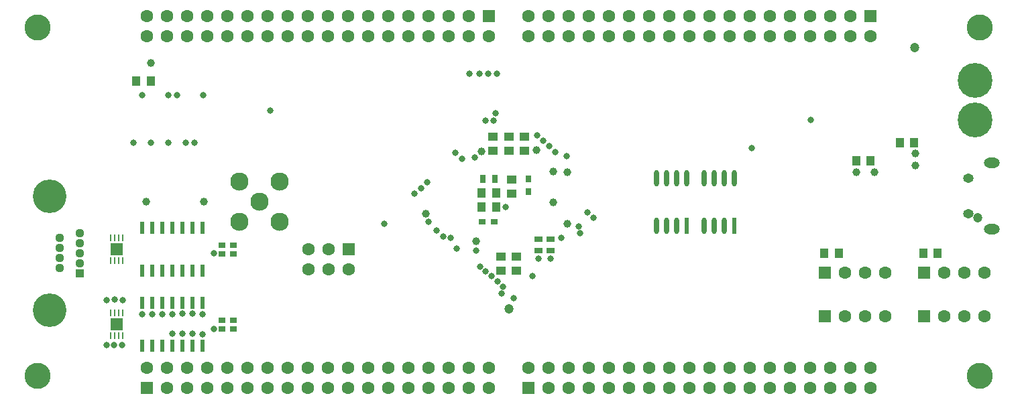
<source format=gbr>
%TF.GenerationSoftware,Altium Limited,Altium Designer,22.1.2 (22)*%
G04 Layer_Color=16711935*
%FSLAX45Y45*%
%MOMM*%
%TF.SameCoordinates,5EC5152B-D9DC-4A70-AFCB-378F050BE7B4*%
%TF.FilePolarity,Negative*%
%TF.FileFunction,Soldermask,Bot*%
%TF.Part,Single*%
G01*
G75*
%TA.AperFunction,SMDPad,CuDef*%
%ADD21R,0.90000X0.80000*%
%TA.AperFunction,ComponentPad*%
%ADD64C,1.12000*%
%ADD65R,1.12000X1.12000*%
%ADD66C,4.24000*%
%TA.AperFunction,ViaPad*%
%ADD71C,0.50000*%
%TA.AperFunction,SMDPad,CuDef*%
%ADD73R,0.60000X1.55000*%
%ADD78R,1.60000X1.50000*%
G04:AMPARAMS|DCode=79|XSize=0.85mm|YSize=0.25mm|CornerRadius=0.125mm|HoleSize=0mm|Usage=FLASHONLY|Rotation=90.000|XOffset=0mm|YOffset=0mm|HoleType=Round|Shape=RoundedRectangle|*
%AMROUNDEDRECTD79*
21,1,0.85000,0.00000,0,0,90.0*
21,1,0.60000,0.25000,0,0,90.0*
1,1,0.25000,0.00000,0.30000*
1,1,0.25000,0.00000,-0.30000*
1,1,0.25000,0.00000,-0.30000*
1,1,0.25000,0.00000,0.30000*
%
%ADD79ROUNDEDRECTD79*%
%ADD80R,1.10000X1.20000*%
%ADD81R,0.80000X1.00000*%
%ADD82R,1.20000X1.10000*%
%ADD83R,0.80000X0.95000*%
%ADD84R,0.95000X0.80000*%
%ADD85R,1.00000X0.80000*%
%ADD86O,0.60000X2.10000*%
%ADD87R,0.60000X2.10000*%
%TA.AperFunction,ComponentPad*%
%ADD88O,2.00000X1.30000*%
%ADD89O,1.35000X1.15000*%
%ADD90C,1.60000*%
%ADD91R,1.60000X1.60000*%
%ADD92C,4.40000*%
%ADD93C,2.30000*%
%TA.AperFunction,ViaPad*%
%ADD94C,1.00320*%
%ADD95C,0.80320*%
%ADD96C,1.20320*%
%ADD97C,3.30000*%
D21*
X2770000Y1845000D02*
D03*
X2630000D02*
D03*
Y1955000D02*
D03*
X2770000D02*
D03*
Y1005000D02*
D03*
X2630000D02*
D03*
Y895000D02*
D03*
X2770000D02*
D03*
D64*
X581500Y2040500D02*
D03*
X581500Y1913500D02*
D03*
Y1786500D02*
D03*
X581500Y1659500D02*
D03*
X835500Y2104000D02*
D03*
Y1977000D02*
D03*
Y1850000D02*
D03*
Y1723000D02*
D03*
D65*
X835500Y1596000D02*
D03*
D66*
X454500Y2567500D02*
D03*
Y1132500D02*
D03*
D71*
X1350000Y900000D02*
D03*
Y1000000D02*
D03*
X1250000Y900000D02*
D03*
Y1000000D02*
D03*
X1350000Y1850000D02*
D03*
X1350000Y1950000D02*
D03*
X1250000Y1850000D02*
D03*
Y1950000D02*
D03*
D73*
X2381000Y680000D02*
D03*
X2254000D02*
D03*
X2127000D02*
D03*
X2000000D02*
D03*
X1873000D02*
D03*
X1746000D02*
D03*
X1619000D02*
D03*
Y1220000D02*
D03*
X1746000D02*
D03*
X1873000D02*
D03*
X2000000D02*
D03*
X2127000D02*
D03*
X2254000D02*
D03*
X2381000D02*
D03*
Y2170000D02*
D03*
X2254000D02*
D03*
X2127000D02*
D03*
X2000000D02*
D03*
X1873000D02*
D03*
X1746000D02*
D03*
X1619000D02*
D03*
Y1630000D02*
D03*
X1746000D02*
D03*
X1873000D02*
D03*
X2000000D02*
D03*
X2127000D02*
D03*
X2254000D02*
D03*
X2381000D02*
D03*
D78*
X1300000Y1900000D02*
D03*
Y950000D02*
D03*
D79*
X1375000Y805000D02*
D03*
X1325000D02*
D03*
X1275000D02*
D03*
X1225000D02*
D03*
Y1095000D02*
D03*
X1275000D02*
D03*
X1325000D02*
D03*
X1375000D02*
D03*
X1374999Y1755000D02*
D03*
X1324999D02*
D03*
X1275000D02*
D03*
X1225000D02*
D03*
Y2045000D02*
D03*
X1275000D02*
D03*
X1324999D02*
D03*
X1374999D02*
D03*
D80*
X10820000Y3020000D02*
D03*
X10640000D02*
D03*
X11190000Y3250000D02*
D03*
X11370000D02*
D03*
X10415000Y1850000D02*
D03*
X10235000D02*
D03*
X11485000D02*
D03*
X11665000D02*
D03*
X1550000Y4021925D02*
D03*
X1730000D02*
D03*
X5910000Y2610000D02*
D03*
X6090000D02*
D03*
X5910000Y2430000D02*
D03*
X6090000D02*
D03*
D81*
X5925000Y2790000D02*
D03*
X6075000D02*
D03*
D82*
X6290000Y2600000D02*
D03*
Y2780000D02*
D03*
X6450000Y3325000D02*
D03*
Y3145000D02*
D03*
X6250000Y3325000D02*
D03*
Y3145000D02*
D03*
X6150000Y1625000D02*
D03*
Y1805000D02*
D03*
X6350000Y1625000D02*
D03*
Y1805000D02*
D03*
X6050000Y3325000D02*
D03*
Y3145000D02*
D03*
D83*
X6500000Y2785000D02*
D03*
Y2630000D02*
D03*
D84*
X6067500Y2250000D02*
D03*
X5912500D02*
D03*
D85*
X6780000Y2030000D02*
D03*
Y1880000D02*
D03*
X6630000Y2030000D02*
D03*
Y1880000D02*
D03*
D86*
X8719000Y2800000D02*
D03*
X8846000D02*
D03*
X8973000D02*
D03*
X9100000D02*
D03*
X8719000Y2200000D02*
D03*
X8846000D02*
D03*
X8973000D02*
D03*
X8119000Y2800000D02*
D03*
X8246000D02*
D03*
X8373000D02*
D03*
X8500000D02*
D03*
X8119000Y2200000D02*
D03*
X8246000D02*
D03*
X8373000D02*
D03*
D87*
X9100000D02*
D03*
X8500000D02*
D03*
D88*
X12350000Y2155000D02*
D03*
Y2990000D02*
D03*
D89*
X12050000Y2795000D02*
D03*
X12050000Y2350000D02*
D03*
D90*
X12258000Y1600000D02*
D03*
X12004000D02*
D03*
X11750000D02*
D03*
X12258000Y1050000D02*
D03*
X12004000D02*
D03*
X11750000D02*
D03*
X5492000Y146000D02*
D03*
X6500000Y400000D02*
D03*
X6754000Y146000D02*
D03*
Y400000D02*
D03*
X7008000Y146000D02*
D03*
Y400000D02*
D03*
X7262000Y146000D02*
D03*
X7262000Y400000D02*
D03*
X7516000Y146000D02*
D03*
X7516000Y400000D02*
D03*
X7770000Y146000D02*
D03*
Y400000D02*
D03*
X8024000Y146000D02*
D03*
X8024000Y400000D02*
D03*
X8278000Y146000D02*
D03*
Y400000D02*
D03*
X8532000Y146000D02*
D03*
Y400000D02*
D03*
X8786000Y146000D02*
D03*
Y400000D02*
D03*
X9040000Y146000D02*
D03*
Y400000D02*
D03*
X9294000Y146000D02*
D03*
X9294000Y400000D02*
D03*
X9548000Y146000D02*
D03*
X9548000Y400000D02*
D03*
X9802000Y146000D02*
D03*
Y400000D02*
D03*
X10056000Y146000D02*
D03*
Y400000D02*
D03*
X10310000Y146000D02*
D03*
X10310000Y400000D02*
D03*
X10564000Y146000D02*
D03*
Y400000D02*
D03*
X10818000Y146000D02*
D03*
Y400000D02*
D03*
X1682000D02*
D03*
X1936000Y146000D02*
D03*
Y400000D02*
D03*
X2190001Y146000D02*
D03*
X2190000Y400000D02*
D03*
X2444000Y146000D02*
D03*
X2444000Y400000D02*
D03*
X2698000Y146000D02*
D03*
X2698000Y400000D02*
D03*
X2952000Y146000D02*
D03*
Y400000D02*
D03*
X3206000Y146000D02*
D03*
X3206000Y400000D02*
D03*
X3460000Y146000D02*
D03*
X3460000Y400000D02*
D03*
X3714000Y146000D02*
D03*
Y400000D02*
D03*
X3968000Y146000D02*
D03*
Y400000D02*
D03*
X4222000Y146000D02*
D03*
Y400000D02*
D03*
X4476001Y146000D02*
D03*
X4476000Y400000D02*
D03*
X4730000Y146000D02*
D03*
X4730000Y400000D02*
D03*
X4984000Y146000D02*
D03*
Y400000D02*
D03*
X5238000Y146000D02*
D03*
Y400000D02*
D03*
X5492000D02*
D03*
X5746000Y146000D02*
D03*
X5746000Y400000D02*
D03*
X6000000Y146000D02*
D03*
X6000000Y400000D02*
D03*
X4229000Y1646000D02*
D03*
X3975000Y1900000D02*
D03*
Y1646000D02*
D03*
X3721000Y1900000D02*
D03*
Y1646000D02*
D03*
X11000000Y1600000D02*
D03*
X10746000D02*
D03*
X10492000D02*
D03*
X11000000Y1050000D02*
D03*
X10746000D02*
D03*
X10492000D02*
D03*
X6500000Y4596000D02*
D03*
X6500000Y4850000D02*
D03*
X6754000Y4596000D02*
D03*
Y4850000D02*
D03*
X7008000Y4596000D02*
D03*
X7008000Y4850000D02*
D03*
X7262000Y4596000D02*
D03*
Y4850000D02*
D03*
X7516000Y4596000D02*
D03*
Y4850000D02*
D03*
X7770000Y4596000D02*
D03*
X7770000Y4850000D02*
D03*
X8024000Y4596000D02*
D03*
X8024000Y4850000D02*
D03*
X8278000Y4596000D02*
D03*
Y4850000D02*
D03*
X8532000Y4596000D02*
D03*
Y4850000D02*
D03*
X8786000Y4596000D02*
D03*
X8786000Y4850000D02*
D03*
X9040000Y4596000D02*
D03*
Y4850000D02*
D03*
X9294000Y4596000D02*
D03*
X9294000Y4850000D02*
D03*
X9548000Y4596000D02*
D03*
Y4850000D02*
D03*
X9802000Y4596000D02*
D03*
X9802000Y4850000D02*
D03*
X10056000Y4596000D02*
D03*
X10056000Y4850000D02*
D03*
X10310000Y4596000D02*
D03*
Y4850000D02*
D03*
X10564000Y4596000D02*
D03*
Y4850000D02*
D03*
X10818000Y4596000D02*
D03*
X1682000D02*
D03*
Y4850000D02*
D03*
X1936000Y4596000D02*
D03*
X1936000Y4850000D02*
D03*
X2190000Y4596000D02*
D03*
Y4850000D02*
D03*
X2444000Y4596000D02*
D03*
Y4850000D02*
D03*
X2698000Y4596000D02*
D03*
Y4850000D02*
D03*
X2952000Y4596000D02*
D03*
X2952000Y4850000D02*
D03*
X3206000Y4596000D02*
D03*
X3206000Y4850000D02*
D03*
X3460000Y4596000D02*
D03*
Y4850000D02*
D03*
X3714000Y4596000D02*
D03*
Y4850000D02*
D03*
X3968000Y4596000D02*
D03*
Y4850000D02*
D03*
X4222000Y4596000D02*
D03*
X4222000Y4850000D02*
D03*
X4476000Y4596000D02*
D03*
Y4850000D02*
D03*
X4730000Y4596000D02*
D03*
Y4850000D02*
D03*
X4984000Y4596000D02*
D03*
Y4850000D02*
D03*
X5238000Y4596000D02*
D03*
Y4850000D02*
D03*
X5492000Y4596000D02*
D03*
X5492000Y4850000D02*
D03*
X5746000Y4596000D02*
D03*
Y4850000D02*
D03*
X6000000Y4596000D02*
D03*
D91*
X11496000Y1600000D02*
D03*
X11496000Y1050000D02*
D03*
X6500000Y146000D02*
D03*
X1682000D02*
D03*
X4229000Y1900000D02*
D03*
X10238000Y1600000D02*
D03*
Y1050000D02*
D03*
X10818000Y4850000D02*
D03*
X6000000D02*
D03*
D92*
X12140000Y4030000D02*
D03*
Y3530000D02*
D03*
D93*
X3100008Y2500000D02*
D03*
X3354000Y2245992D02*
D03*
Y2753992D02*
D03*
X2846000D02*
D03*
Y2245992D02*
D03*
D94*
X1670000Y2500000D02*
D03*
X11380000Y3110000D02*
D03*
Y2960000D02*
D03*
X10870000Y2870000D02*
D03*
X10640000D02*
D03*
X2400000Y2500000D02*
D03*
X5200000Y2350000D02*
D03*
X1730000Y4250000D02*
D03*
X6810520Y2489481D02*
D03*
X6810000Y2880000D02*
D03*
X5840000Y2000000D02*
D03*
X6990000Y2222530D02*
D03*
X6600000Y3150000D02*
D03*
X5910000Y3140000D02*
D03*
X6990000Y2870000D02*
D03*
D95*
X3240000Y3650000D02*
D03*
X9320000Y3180000D02*
D03*
X10060000Y3530000D02*
D03*
X1170000Y690000D02*
D03*
X1270000D02*
D03*
X1370333D02*
D03*
X2127000Y833000D02*
D03*
X2000000Y830000D02*
D03*
X1619000Y1081000D02*
D03*
X1746000Y1076000D02*
D03*
X1873000Y1083000D02*
D03*
X2000000Y1080000D02*
D03*
X2127000Y1087000D02*
D03*
X2254000Y1084000D02*
D03*
X2381000Y1081000D02*
D03*
Y829000D02*
D03*
X2254000Y834000D02*
D03*
X2525191Y895891D02*
D03*
X1380000Y1260000D02*
D03*
X1275000Y1265000D02*
D03*
X1170000Y1260000D02*
D03*
X2530000Y1850000D02*
D03*
X2279999Y3249999D02*
D03*
X5220000Y2750000D02*
D03*
X6630000Y1780000D02*
D03*
X1620000Y3850000D02*
D03*
X1950000Y3850000D02*
D03*
X2059999Y3850000D02*
D03*
X1950000Y3250000D02*
D03*
X2170000D02*
D03*
X1730103Y3249896D02*
D03*
X1510000Y3250000D02*
D03*
X2390000Y3850000D02*
D03*
X5520000Y2040000D02*
D03*
X5420000Y2060000D02*
D03*
X5340000Y2140000D02*
D03*
X5240000Y2250000D02*
D03*
X5140000Y2670000D02*
D03*
X5060000Y2600000D02*
D03*
X6210000Y2430000D02*
D03*
X4680000Y2220000D02*
D03*
X6980000Y3080000D02*
D03*
X6840000Y3130000D02*
D03*
X6760000Y3200000D02*
D03*
X6685040Y3274960D02*
D03*
X5750000Y4120000D02*
D03*
X5880000D02*
D03*
X6100000D02*
D03*
X5990000D02*
D03*
X6057422Y3529856D02*
D03*
X5957169Y3527169D02*
D03*
X6087500Y3618735D02*
D03*
X5660000Y3040000D02*
D03*
X5580000Y3120000D02*
D03*
X5590000Y1910000D02*
D03*
X5885942Y1684058D02*
D03*
X5960000Y1620000D02*
D03*
X6032500Y1560000D02*
D03*
X6180000Y1430000D02*
D03*
X6110000Y1497841D02*
D03*
X6160009Y1337500D02*
D03*
X6310104Y1279896D02*
D03*
X6550000Y1560000D02*
D03*
X6910000Y2040000D02*
D03*
X6780000Y1780000D02*
D03*
X7130000Y2190000D02*
D03*
X7150000Y2100000D02*
D03*
X7320000Y2300000D02*
D03*
X5839896Y1879896D02*
D03*
X7240000Y2370000D02*
D03*
X6610000Y3340000D02*
D03*
X5820000Y3060000D02*
D03*
D96*
X11375000Y4450000D02*
D03*
X12175000Y2300000D02*
D03*
X6250000Y1150000D02*
D03*
D97*
X12200000Y300000D02*
D03*
Y4700000D02*
D03*
X300000Y300000D02*
D03*
Y4700000D02*
D03*
%TF.MD5,0fb397575e2465753e633a205ab454cb*%
M02*

</source>
